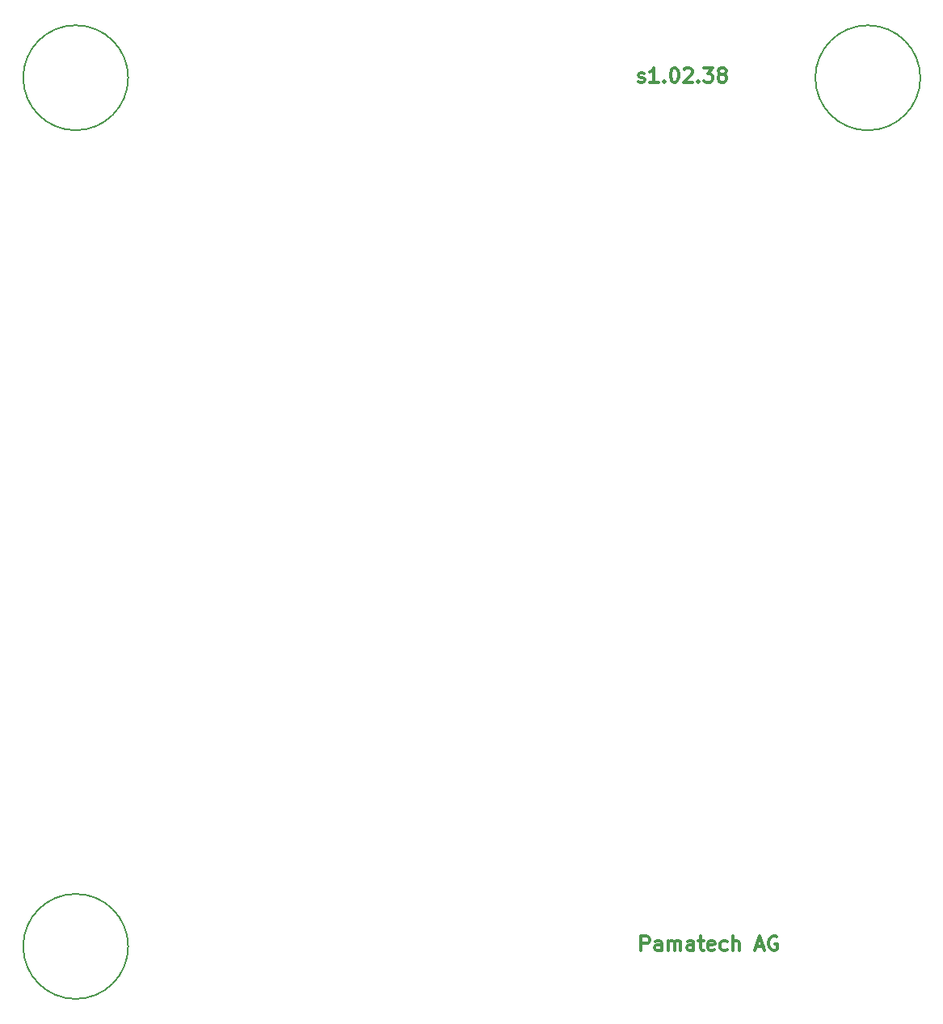
<source format=gbr>
G04 #@! TF.GenerationSoftware,KiCad,Pcbnew,(5.1.0)-1*
G04 #@! TF.CreationDate,2021-06-26T10:28:06+02:00*
G04 #@! TF.ProjectId,Magnetsteuerung_v2.2,4d61676e-6574-4737-9465-756572756e67,rev?*
G04 #@! TF.SameCoordinates,Original*
G04 #@! TF.FileFunction,Other,ECO2*
%FSLAX46Y46*%
G04 Gerber Fmt 4.6, Leading zero omitted, Abs format (unit mm)*
G04 Created by KiCad (PCBNEW (5.1.0)-1) date 2021-06-26 10:28:06*
%MOMM*%
%LPD*%
G04 APERTURE LIST*
%ADD10C,0.300000*%
%ADD11C,0.150000*%
G04 APERTURE END LIST*
D10*
X152462857Y-35907142D02*
X152605714Y-35978571D01*
X152891428Y-35978571D01*
X153034285Y-35907142D01*
X153105714Y-35764285D01*
X153105714Y-35692857D01*
X153034285Y-35550000D01*
X152891428Y-35478571D01*
X152677142Y-35478571D01*
X152534285Y-35407142D01*
X152462857Y-35264285D01*
X152462857Y-35192857D01*
X152534285Y-35050000D01*
X152677142Y-34978571D01*
X152891428Y-34978571D01*
X153034285Y-35050000D01*
X154534285Y-35978571D02*
X153677142Y-35978571D01*
X154105714Y-35978571D02*
X154105714Y-34478571D01*
X153962857Y-34692857D01*
X153820000Y-34835714D01*
X153677142Y-34907142D01*
X155177142Y-35835714D02*
X155248571Y-35907142D01*
X155177142Y-35978571D01*
X155105714Y-35907142D01*
X155177142Y-35835714D01*
X155177142Y-35978571D01*
X156177142Y-34478571D02*
X156320000Y-34478571D01*
X156462857Y-34550000D01*
X156534285Y-34621428D01*
X156605714Y-34764285D01*
X156677142Y-35050000D01*
X156677142Y-35407142D01*
X156605714Y-35692857D01*
X156534285Y-35835714D01*
X156462857Y-35907142D01*
X156320000Y-35978571D01*
X156177142Y-35978571D01*
X156034285Y-35907142D01*
X155962857Y-35835714D01*
X155891428Y-35692857D01*
X155820000Y-35407142D01*
X155820000Y-35050000D01*
X155891428Y-34764285D01*
X155962857Y-34621428D01*
X156034285Y-34550000D01*
X156177142Y-34478571D01*
X157248571Y-34621428D02*
X157320000Y-34550000D01*
X157462857Y-34478571D01*
X157820000Y-34478571D01*
X157962857Y-34550000D01*
X158034285Y-34621428D01*
X158105714Y-34764285D01*
X158105714Y-34907142D01*
X158034285Y-35121428D01*
X157177142Y-35978571D01*
X158105714Y-35978571D01*
X158748571Y-35835714D02*
X158820000Y-35907142D01*
X158748571Y-35978571D01*
X158677142Y-35907142D01*
X158748571Y-35835714D01*
X158748571Y-35978571D01*
X159320000Y-34478571D02*
X160248571Y-34478571D01*
X159748571Y-35050000D01*
X159962857Y-35050000D01*
X160105714Y-35121428D01*
X160177142Y-35192857D01*
X160248571Y-35335714D01*
X160248571Y-35692857D01*
X160177142Y-35835714D01*
X160105714Y-35907142D01*
X159962857Y-35978571D01*
X159534285Y-35978571D01*
X159391428Y-35907142D01*
X159320000Y-35835714D01*
X161105714Y-35121428D02*
X160962857Y-35050000D01*
X160891428Y-34978571D01*
X160820000Y-34835714D01*
X160820000Y-34764285D01*
X160891428Y-34621428D01*
X160962857Y-34550000D01*
X161105714Y-34478571D01*
X161391428Y-34478571D01*
X161534285Y-34550000D01*
X161605714Y-34621428D01*
X161677142Y-34764285D01*
X161677142Y-34835714D01*
X161605714Y-34978571D01*
X161534285Y-35050000D01*
X161391428Y-35121428D01*
X161105714Y-35121428D01*
X160962857Y-35192857D01*
X160891428Y-35264285D01*
X160820000Y-35407142D01*
X160820000Y-35692857D01*
X160891428Y-35835714D01*
X160962857Y-35907142D01*
X161105714Y-35978571D01*
X161391428Y-35978571D01*
X161534285Y-35907142D01*
X161605714Y-35835714D01*
X161677142Y-35692857D01*
X161677142Y-35407142D01*
X161605714Y-35264285D01*
X161534285Y-35192857D01*
X161391428Y-35121428D01*
X152752857Y-126918571D02*
X152752857Y-125418571D01*
X153324285Y-125418571D01*
X153467142Y-125490000D01*
X153538571Y-125561428D01*
X153610000Y-125704285D01*
X153610000Y-125918571D01*
X153538571Y-126061428D01*
X153467142Y-126132857D01*
X153324285Y-126204285D01*
X152752857Y-126204285D01*
X154895714Y-126918571D02*
X154895714Y-126132857D01*
X154824285Y-125990000D01*
X154681428Y-125918571D01*
X154395714Y-125918571D01*
X154252857Y-125990000D01*
X154895714Y-126847142D02*
X154752857Y-126918571D01*
X154395714Y-126918571D01*
X154252857Y-126847142D01*
X154181428Y-126704285D01*
X154181428Y-126561428D01*
X154252857Y-126418571D01*
X154395714Y-126347142D01*
X154752857Y-126347142D01*
X154895714Y-126275714D01*
X155610000Y-126918571D02*
X155610000Y-125918571D01*
X155610000Y-126061428D02*
X155681428Y-125990000D01*
X155824285Y-125918571D01*
X156038571Y-125918571D01*
X156181428Y-125990000D01*
X156252857Y-126132857D01*
X156252857Y-126918571D01*
X156252857Y-126132857D02*
X156324285Y-125990000D01*
X156467142Y-125918571D01*
X156681428Y-125918571D01*
X156824285Y-125990000D01*
X156895714Y-126132857D01*
X156895714Y-126918571D01*
X158252857Y-126918571D02*
X158252857Y-126132857D01*
X158181428Y-125990000D01*
X158038571Y-125918571D01*
X157752857Y-125918571D01*
X157610000Y-125990000D01*
X158252857Y-126847142D02*
X158110000Y-126918571D01*
X157752857Y-126918571D01*
X157610000Y-126847142D01*
X157538571Y-126704285D01*
X157538571Y-126561428D01*
X157610000Y-126418571D01*
X157752857Y-126347142D01*
X158110000Y-126347142D01*
X158252857Y-126275714D01*
X158752857Y-125918571D02*
X159324285Y-125918571D01*
X158967142Y-125418571D02*
X158967142Y-126704285D01*
X159038571Y-126847142D01*
X159181428Y-126918571D01*
X159324285Y-126918571D01*
X160395714Y-126847142D02*
X160252857Y-126918571D01*
X159967142Y-126918571D01*
X159824285Y-126847142D01*
X159752857Y-126704285D01*
X159752857Y-126132857D01*
X159824285Y-125990000D01*
X159967142Y-125918571D01*
X160252857Y-125918571D01*
X160395714Y-125990000D01*
X160467142Y-126132857D01*
X160467142Y-126275714D01*
X159752857Y-126418571D01*
X161752857Y-126847142D02*
X161610000Y-126918571D01*
X161324285Y-126918571D01*
X161181428Y-126847142D01*
X161110000Y-126775714D01*
X161038571Y-126632857D01*
X161038571Y-126204285D01*
X161110000Y-126061428D01*
X161181428Y-125990000D01*
X161324285Y-125918571D01*
X161610000Y-125918571D01*
X161752857Y-125990000D01*
X162395714Y-126918571D02*
X162395714Y-125418571D01*
X163038571Y-126918571D02*
X163038571Y-126132857D01*
X162967142Y-125990000D01*
X162824285Y-125918571D01*
X162610000Y-125918571D01*
X162467142Y-125990000D01*
X162395714Y-126061428D01*
X164824285Y-126490000D02*
X165538571Y-126490000D01*
X164681428Y-126918571D02*
X165181428Y-125418571D01*
X165681428Y-126918571D01*
X166967142Y-125490000D02*
X166824285Y-125418571D01*
X166610000Y-125418571D01*
X166395714Y-125490000D01*
X166252857Y-125632857D01*
X166181428Y-125775714D01*
X166110000Y-126061428D01*
X166110000Y-126275714D01*
X166181428Y-126561428D01*
X166252857Y-126704285D01*
X166395714Y-126847142D01*
X166610000Y-126918571D01*
X166752857Y-126918571D01*
X166967142Y-126847142D01*
X167038571Y-126775714D01*
X167038571Y-126275714D01*
X166752857Y-126275714D01*
D11*
X182000000Y-35510000D02*
G75*
G03X182000000Y-35510000I-5500000J0D01*
G01*
X99000000Y-126500000D02*
G75*
G03X99000000Y-126500000I-5500000J0D01*
G01*
X99000000Y-35500000D02*
G75*
G03X99000000Y-35500000I-5500000J0D01*
G01*
M02*

</source>
